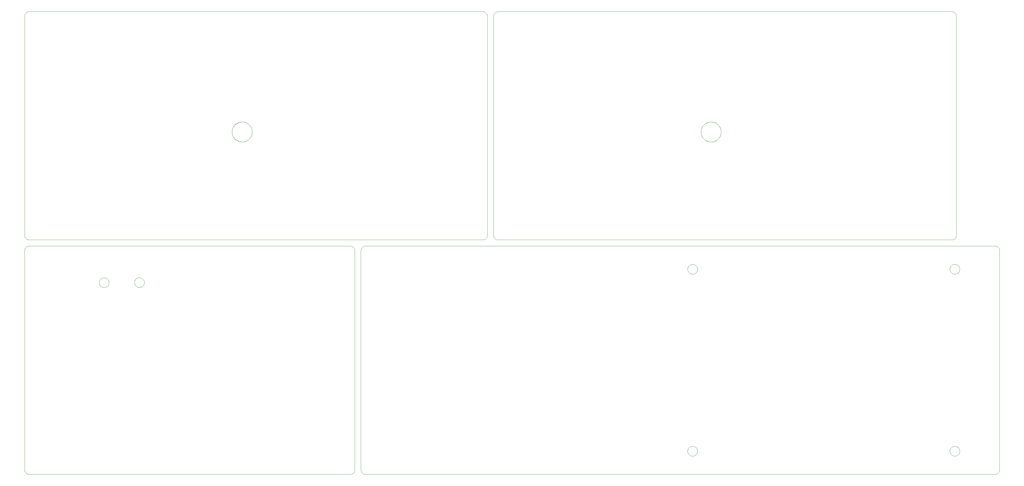
<source format=gko>
G75*
G70*
%OFA0B0*%
%FSLAX24Y24*%
%IPPOS*%
%LPD*%
%AMOC8*
5,1,8,0,0,1.08239X$1,22.5*
%
%ADD10C,0.0039*%
%ADD11C,0.0000*%
D10*
X006662Y005047D02*
X047607Y005047D01*
X047607Y005046D02*
X047653Y005048D01*
X047699Y005053D01*
X047745Y005062D01*
X047790Y005075D01*
X047833Y005091D01*
X047875Y005110D01*
X047916Y005133D01*
X047954Y005159D01*
X047991Y005188D01*
X048025Y005219D01*
X048056Y005253D01*
X048085Y005290D01*
X048111Y005328D01*
X048134Y005369D01*
X048153Y005411D01*
X048169Y005454D01*
X048182Y005499D01*
X048191Y005545D01*
X048196Y005591D01*
X048198Y005637D01*
X048197Y005637D02*
X048197Y033590D01*
X048198Y033590D02*
X048196Y033636D01*
X048191Y033682D01*
X048182Y033728D01*
X048169Y033773D01*
X048153Y033816D01*
X048134Y033858D01*
X048111Y033899D01*
X048085Y033937D01*
X048056Y033974D01*
X048025Y034008D01*
X047991Y034039D01*
X047954Y034068D01*
X047916Y034094D01*
X047875Y034117D01*
X047833Y034136D01*
X047790Y034152D01*
X047745Y034165D01*
X047699Y034174D01*
X047653Y034179D01*
X047607Y034181D01*
X006662Y034181D01*
X006616Y034179D01*
X006570Y034174D01*
X006524Y034165D01*
X006479Y034152D01*
X006436Y034136D01*
X006394Y034117D01*
X006353Y034094D01*
X006315Y034068D01*
X006278Y034039D01*
X006244Y034008D01*
X006213Y033974D01*
X006184Y033937D01*
X006158Y033899D01*
X006135Y033858D01*
X006116Y033816D01*
X006100Y033773D01*
X006087Y033728D01*
X006078Y033682D01*
X006073Y033636D01*
X006071Y033590D01*
X006071Y005637D01*
X006073Y005591D01*
X006078Y005545D01*
X006087Y005499D01*
X006100Y005454D01*
X006116Y005411D01*
X006135Y005369D01*
X006158Y005328D01*
X006184Y005290D01*
X006213Y005253D01*
X006244Y005219D01*
X006278Y005188D01*
X006315Y005159D01*
X006353Y005133D01*
X006394Y005110D01*
X006436Y005091D01*
X006479Y005075D01*
X006524Y005062D01*
X006570Y005053D01*
X006616Y005048D01*
X006662Y005046D01*
X048985Y005637D02*
X048985Y033590D01*
X048984Y033590D02*
X048986Y033636D01*
X048991Y033682D01*
X049000Y033728D01*
X049013Y033773D01*
X049029Y033816D01*
X049048Y033858D01*
X049071Y033899D01*
X049097Y033937D01*
X049126Y033974D01*
X049157Y034008D01*
X049191Y034039D01*
X049228Y034068D01*
X049266Y034094D01*
X049307Y034117D01*
X049349Y034136D01*
X049392Y034152D01*
X049437Y034165D01*
X049483Y034174D01*
X049529Y034179D01*
X049575Y034181D01*
X129890Y034181D01*
X129936Y034179D01*
X129982Y034174D01*
X130028Y034165D01*
X130073Y034152D01*
X130116Y034136D01*
X130158Y034117D01*
X130199Y034094D01*
X130237Y034068D01*
X130274Y034039D01*
X130308Y034008D01*
X130339Y033974D01*
X130368Y033937D01*
X130394Y033899D01*
X130417Y033858D01*
X130436Y033816D01*
X130452Y033773D01*
X130465Y033728D01*
X130474Y033682D01*
X130479Y033636D01*
X130481Y033590D01*
X130481Y005637D01*
X130479Y005591D01*
X130474Y005545D01*
X130465Y005499D01*
X130452Y005454D01*
X130436Y005411D01*
X130417Y005369D01*
X130394Y005328D01*
X130368Y005290D01*
X130339Y005253D01*
X130308Y005219D01*
X130274Y005188D01*
X130237Y005159D01*
X130199Y005133D01*
X130158Y005110D01*
X130116Y005091D01*
X130073Y005075D01*
X130028Y005062D01*
X129982Y005053D01*
X129936Y005048D01*
X129890Y005046D01*
X129890Y005047D02*
X049575Y005047D01*
X049575Y005046D02*
X049529Y005048D01*
X049483Y005053D01*
X049437Y005062D01*
X049392Y005075D01*
X049349Y005091D01*
X049307Y005110D01*
X049266Y005133D01*
X049228Y005159D01*
X049191Y005188D01*
X049157Y005219D01*
X049126Y005253D01*
X049097Y005290D01*
X049071Y005328D01*
X049048Y005369D01*
X049029Y005411D01*
X049013Y005454D01*
X049000Y005499D01*
X048991Y005545D01*
X048986Y005591D01*
X048984Y005637D01*
X064536Y034968D02*
X006662Y034968D01*
X006616Y034970D01*
X006570Y034975D01*
X006524Y034984D01*
X006479Y034997D01*
X006436Y035013D01*
X006394Y035032D01*
X006353Y035055D01*
X006315Y035081D01*
X006278Y035110D01*
X006244Y035141D01*
X006213Y035175D01*
X006184Y035212D01*
X006158Y035250D01*
X006135Y035291D01*
X006116Y035333D01*
X006100Y035376D01*
X006087Y035421D01*
X006078Y035467D01*
X006073Y035513D01*
X006071Y035559D01*
X006071Y063511D01*
X006073Y063557D01*
X006078Y063603D01*
X006087Y063649D01*
X006100Y063694D01*
X006116Y063737D01*
X006135Y063779D01*
X006158Y063820D01*
X006184Y063858D01*
X006213Y063895D01*
X006244Y063929D01*
X006278Y063960D01*
X006315Y063989D01*
X006353Y064015D01*
X006394Y064038D01*
X006436Y064057D01*
X006479Y064073D01*
X006524Y064086D01*
X006570Y064095D01*
X006616Y064100D01*
X006662Y064102D01*
X064536Y064102D01*
X064582Y064100D01*
X064628Y064095D01*
X064674Y064086D01*
X064719Y064073D01*
X064762Y064057D01*
X064804Y064038D01*
X064845Y064015D01*
X064883Y063989D01*
X064920Y063960D01*
X064954Y063929D01*
X064985Y063895D01*
X065014Y063858D01*
X065040Y063820D01*
X065063Y063779D01*
X065082Y063737D01*
X065098Y063694D01*
X065111Y063649D01*
X065120Y063603D01*
X065125Y063557D01*
X065127Y063511D01*
X065126Y063511D02*
X065126Y035559D01*
X065127Y035559D02*
X065125Y035513D01*
X065120Y035467D01*
X065111Y035421D01*
X065098Y035376D01*
X065082Y035333D01*
X065063Y035291D01*
X065040Y035250D01*
X065014Y035212D01*
X064985Y035175D01*
X064954Y035141D01*
X064920Y035110D01*
X064883Y035081D01*
X064845Y035055D01*
X064804Y035032D01*
X064762Y035013D01*
X064719Y034997D01*
X064674Y034984D01*
X064628Y034975D01*
X064582Y034970D01*
X064536Y034968D01*
X065914Y035559D02*
X065914Y063511D01*
X065913Y063511D02*
X065915Y063557D01*
X065920Y063603D01*
X065929Y063649D01*
X065942Y063694D01*
X065958Y063737D01*
X065977Y063779D01*
X066000Y063820D01*
X066026Y063858D01*
X066055Y063895D01*
X066086Y063929D01*
X066120Y063960D01*
X066157Y063989D01*
X066195Y064015D01*
X066236Y064038D01*
X066278Y064057D01*
X066321Y064073D01*
X066366Y064086D01*
X066412Y064095D01*
X066458Y064100D01*
X066504Y064102D01*
X124378Y064102D01*
X124424Y064100D01*
X124470Y064095D01*
X124516Y064086D01*
X124561Y064073D01*
X124604Y064057D01*
X124646Y064038D01*
X124687Y064015D01*
X124725Y063989D01*
X124762Y063960D01*
X124796Y063929D01*
X124827Y063895D01*
X124856Y063858D01*
X124882Y063820D01*
X124905Y063779D01*
X124924Y063737D01*
X124940Y063694D01*
X124953Y063649D01*
X124962Y063603D01*
X124967Y063557D01*
X124969Y063511D01*
X124969Y035559D01*
X124967Y035513D01*
X124962Y035467D01*
X124953Y035421D01*
X124940Y035376D01*
X124924Y035333D01*
X124905Y035291D01*
X124882Y035250D01*
X124856Y035212D01*
X124827Y035175D01*
X124796Y035141D01*
X124762Y035110D01*
X124725Y035081D01*
X124687Y035055D01*
X124646Y035032D01*
X124604Y035013D01*
X124561Y034997D01*
X124516Y034984D01*
X124470Y034975D01*
X124424Y034970D01*
X124378Y034968D01*
X066504Y034968D01*
X066458Y034970D01*
X066412Y034975D01*
X066366Y034984D01*
X066321Y034997D01*
X066278Y035013D01*
X066236Y035032D01*
X066195Y035055D01*
X066157Y035081D01*
X066120Y035110D01*
X066086Y035141D01*
X066055Y035175D01*
X066026Y035212D01*
X066000Y035250D01*
X065977Y035291D01*
X065958Y035333D01*
X065942Y035376D01*
X065929Y035421D01*
X065920Y035467D01*
X065915Y035513D01*
X065913Y035559D01*
D11*
X090677Y031228D02*
X090679Y031278D01*
X090685Y031328D01*
X090695Y031377D01*
X090709Y031425D01*
X090726Y031472D01*
X090747Y031517D01*
X090772Y031561D01*
X090800Y031602D01*
X090832Y031641D01*
X090866Y031678D01*
X090903Y031712D01*
X090943Y031742D01*
X090985Y031769D01*
X091029Y031793D01*
X091075Y031814D01*
X091122Y031830D01*
X091170Y031843D01*
X091220Y031852D01*
X091269Y031857D01*
X091320Y031858D01*
X091370Y031855D01*
X091419Y031848D01*
X091468Y031837D01*
X091516Y031822D01*
X091562Y031804D01*
X091607Y031782D01*
X091650Y031756D01*
X091691Y031727D01*
X091730Y031695D01*
X091766Y031660D01*
X091798Y031622D01*
X091828Y031582D01*
X091855Y031539D01*
X091878Y031495D01*
X091897Y031449D01*
X091913Y031401D01*
X091925Y031352D01*
X091933Y031303D01*
X091937Y031253D01*
X091937Y031203D01*
X091933Y031153D01*
X091925Y031104D01*
X091913Y031055D01*
X091897Y031007D01*
X091878Y030961D01*
X091855Y030917D01*
X091828Y030874D01*
X091798Y030834D01*
X091766Y030796D01*
X091730Y030761D01*
X091691Y030729D01*
X091650Y030700D01*
X091607Y030674D01*
X091562Y030652D01*
X091516Y030634D01*
X091468Y030619D01*
X091419Y030608D01*
X091370Y030601D01*
X091320Y030598D01*
X091269Y030599D01*
X091220Y030604D01*
X091170Y030613D01*
X091122Y030626D01*
X091075Y030642D01*
X091029Y030663D01*
X090985Y030687D01*
X090943Y030714D01*
X090903Y030744D01*
X090866Y030778D01*
X090832Y030815D01*
X090800Y030854D01*
X090772Y030895D01*
X090747Y030939D01*
X090726Y030984D01*
X090709Y031031D01*
X090695Y031079D01*
X090685Y031128D01*
X090679Y031178D01*
X090677Y031228D01*
X124142Y031228D02*
X124144Y031278D01*
X124150Y031328D01*
X124160Y031377D01*
X124174Y031425D01*
X124191Y031472D01*
X124212Y031517D01*
X124237Y031561D01*
X124265Y031602D01*
X124297Y031641D01*
X124331Y031678D01*
X124368Y031712D01*
X124408Y031742D01*
X124450Y031769D01*
X124494Y031793D01*
X124540Y031814D01*
X124587Y031830D01*
X124635Y031843D01*
X124685Y031852D01*
X124734Y031857D01*
X124785Y031858D01*
X124835Y031855D01*
X124884Y031848D01*
X124933Y031837D01*
X124981Y031822D01*
X125027Y031804D01*
X125072Y031782D01*
X125115Y031756D01*
X125156Y031727D01*
X125195Y031695D01*
X125231Y031660D01*
X125263Y031622D01*
X125293Y031582D01*
X125320Y031539D01*
X125343Y031495D01*
X125362Y031449D01*
X125378Y031401D01*
X125390Y031352D01*
X125398Y031303D01*
X125402Y031253D01*
X125402Y031203D01*
X125398Y031153D01*
X125390Y031104D01*
X125378Y031055D01*
X125362Y031007D01*
X125343Y030961D01*
X125320Y030917D01*
X125293Y030874D01*
X125263Y030834D01*
X125231Y030796D01*
X125195Y030761D01*
X125156Y030729D01*
X125115Y030700D01*
X125072Y030674D01*
X125027Y030652D01*
X124981Y030634D01*
X124933Y030619D01*
X124884Y030608D01*
X124835Y030601D01*
X124785Y030598D01*
X124734Y030599D01*
X124685Y030604D01*
X124635Y030613D01*
X124587Y030626D01*
X124540Y030642D01*
X124494Y030663D01*
X124450Y030687D01*
X124408Y030714D01*
X124368Y030744D01*
X124331Y030778D01*
X124297Y030815D01*
X124265Y030854D01*
X124237Y030895D01*
X124212Y030939D01*
X124191Y030984D01*
X124174Y031031D01*
X124160Y031079D01*
X124150Y031128D01*
X124144Y031178D01*
X124142Y031228D01*
X092390Y048748D02*
X092392Y048819D01*
X092398Y048890D01*
X092408Y048961D01*
X092422Y049030D01*
X092439Y049099D01*
X092461Y049167D01*
X092486Y049234D01*
X092515Y049299D01*
X092547Y049362D01*
X092583Y049424D01*
X092622Y049483D01*
X092665Y049540D01*
X092710Y049595D01*
X092759Y049647D01*
X092810Y049696D01*
X092864Y049742D01*
X092921Y049786D01*
X092979Y049826D01*
X093040Y049862D01*
X093103Y049896D01*
X093168Y049925D01*
X093234Y049951D01*
X093302Y049974D01*
X093370Y049992D01*
X093440Y050007D01*
X093510Y050018D01*
X093581Y050025D01*
X093652Y050028D01*
X093723Y050027D01*
X093794Y050022D01*
X093865Y050013D01*
X093935Y050000D01*
X094004Y049984D01*
X094072Y049963D01*
X094139Y049939D01*
X094205Y049911D01*
X094268Y049879D01*
X094330Y049844D01*
X094390Y049806D01*
X094448Y049764D01*
X094503Y049720D01*
X094556Y049672D01*
X094606Y049621D01*
X094653Y049568D01*
X094697Y049512D01*
X094738Y049454D01*
X094776Y049393D01*
X094810Y049331D01*
X094840Y049266D01*
X094867Y049201D01*
X094891Y049133D01*
X094910Y049065D01*
X094926Y048996D01*
X094938Y048925D01*
X094946Y048855D01*
X094950Y048784D01*
X094950Y048712D01*
X094946Y048641D01*
X094938Y048571D01*
X094926Y048500D01*
X094910Y048431D01*
X094891Y048363D01*
X094867Y048295D01*
X094840Y048230D01*
X094810Y048165D01*
X094776Y048103D01*
X094738Y048042D01*
X094697Y047984D01*
X094653Y047928D01*
X094606Y047875D01*
X094556Y047824D01*
X094503Y047776D01*
X094448Y047732D01*
X094390Y047690D01*
X094330Y047652D01*
X094268Y047617D01*
X094205Y047585D01*
X094139Y047557D01*
X094072Y047533D01*
X094004Y047512D01*
X093935Y047496D01*
X093865Y047483D01*
X093794Y047474D01*
X093723Y047469D01*
X093652Y047468D01*
X093581Y047471D01*
X093510Y047478D01*
X093440Y047489D01*
X093370Y047504D01*
X093302Y047522D01*
X093234Y047545D01*
X093168Y047571D01*
X093103Y047600D01*
X093040Y047634D01*
X092979Y047670D01*
X092921Y047710D01*
X092864Y047754D01*
X092810Y047800D01*
X092759Y047849D01*
X092710Y047901D01*
X092665Y047956D01*
X092622Y048013D01*
X092583Y048072D01*
X092547Y048134D01*
X092515Y048197D01*
X092486Y048262D01*
X092461Y048329D01*
X092439Y048397D01*
X092422Y048466D01*
X092408Y048535D01*
X092398Y048606D01*
X092392Y048677D01*
X092390Y048748D01*
X032547Y048748D02*
X032549Y048819D01*
X032555Y048890D01*
X032565Y048961D01*
X032579Y049030D01*
X032596Y049099D01*
X032618Y049167D01*
X032643Y049234D01*
X032672Y049299D01*
X032704Y049362D01*
X032740Y049424D01*
X032779Y049483D01*
X032822Y049540D01*
X032867Y049595D01*
X032916Y049647D01*
X032967Y049696D01*
X033021Y049742D01*
X033078Y049786D01*
X033136Y049826D01*
X033197Y049862D01*
X033260Y049896D01*
X033325Y049925D01*
X033391Y049951D01*
X033459Y049974D01*
X033527Y049992D01*
X033597Y050007D01*
X033667Y050018D01*
X033738Y050025D01*
X033809Y050028D01*
X033880Y050027D01*
X033951Y050022D01*
X034022Y050013D01*
X034092Y050000D01*
X034161Y049984D01*
X034229Y049963D01*
X034296Y049939D01*
X034362Y049911D01*
X034425Y049879D01*
X034487Y049844D01*
X034547Y049806D01*
X034605Y049764D01*
X034660Y049720D01*
X034713Y049672D01*
X034763Y049621D01*
X034810Y049568D01*
X034854Y049512D01*
X034895Y049454D01*
X034933Y049393D01*
X034967Y049331D01*
X034997Y049266D01*
X035024Y049201D01*
X035048Y049133D01*
X035067Y049065D01*
X035083Y048996D01*
X035095Y048925D01*
X035103Y048855D01*
X035107Y048784D01*
X035107Y048712D01*
X035103Y048641D01*
X035095Y048571D01*
X035083Y048500D01*
X035067Y048431D01*
X035048Y048363D01*
X035024Y048295D01*
X034997Y048230D01*
X034967Y048165D01*
X034933Y048103D01*
X034895Y048042D01*
X034854Y047984D01*
X034810Y047928D01*
X034763Y047875D01*
X034713Y047824D01*
X034660Y047776D01*
X034605Y047732D01*
X034547Y047690D01*
X034487Y047652D01*
X034425Y047617D01*
X034362Y047585D01*
X034296Y047557D01*
X034229Y047533D01*
X034161Y047512D01*
X034092Y047496D01*
X034022Y047483D01*
X033951Y047474D01*
X033880Y047469D01*
X033809Y047468D01*
X033738Y047471D01*
X033667Y047478D01*
X033597Y047489D01*
X033527Y047504D01*
X033459Y047522D01*
X033391Y047545D01*
X033325Y047571D01*
X033260Y047600D01*
X033197Y047634D01*
X033136Y047670D01*
X033078Y047710D01*
X033021Y047754D01*
X032967Y047800D01*
X032916Y047849D01*
X032867Y047901D01*
X032822Y047956D01*
X032779Y048013D01*
X032740Y048072D01*
X032704Y048134D01*
X032672Y048197D01*
X032643Y048262D01*
X032618Y048329D01*
X032596Y048397D01*
X032579Y048466D01*
X032565Y048535D01*
X032555Y048606D01*
X032549Y048677D01*
X032547Y048748D01*
X020096Y029521D02*
X020098Y029571D01*
X020104Y029621D01*
X020114Y029670D01*
X020128Y029718D01*
X020145Y029765D01*
X020166Y029810D01*
X020191Y029854D01*
X020219Y029895D01*
X020251Y029934D01*
X020285Y029971D01*
X020322Y030005D01*
X020362Y030035D01*
X020404Y030062D01*
X020448Y030086D01*
X020494Y030107D01*
X020541Y030123D01*
X020589Y030136D01*
X020639Y030145D01*
X020688Y030150D01*
X020739Y030151D01*
X020789Y030148D01*
X020838Y030141D01*
X020887Y030130D01*
X020935Y030115D01*
X020981Y030097D01*
X021026Y030075D01*
X021069Y030049D01*
X021110Y030020D01*
X021149Y029988D01*
X021185Y029953D01*
X021217Y029915D01*
X021247Y029875D01*
X021274Y029832D01*
X021297Y029788D01*
X021316Y029742D01*
X021332Y029694D01*
X021344Y029645D01*
X021352Y029596D01*
X021356Y029546D01*
X021356Y029496D01*
X021352Y029446D01*
X021344Y029397D01*
X021332Y029348D01*
X021316Y029300D01*
X021297Y029254D01*
X021274Y029210D01*
X021247Y029167D01*
X021217Y029127D01*
X021185Y029089D01*
X021149Y029054D01*
X021110Y029022D01*
X021069Y028993D01*
X021026Y028967D01*
X020981Y028945D01*
X020935Y028927D01*
X020887Y028912D01*
X020838Y028901D01*
X020789Y028894D01*
X020739Y028891D01*
X020688Y028892D01*
X020639Y028897D01*
X020589Y028906D01*
X020541Y028919D01*
X020494Y028935D01*
X020448Y028956D01*
X020404Y028980D01*
X020362Y029007D01*
X020322Y029037D01*
X020285Y029071D01*
X020251Y029108D01*
X020219Y029147D01*
X020191Y029188D01*
X020166Y029232D01*
X020145Y029277D01*
X020128Y029324D01*
X020114Y029372D01*
X020104Y029421D01*
X020098Y029471D01*
X020096Y029521D01*
X015596Y029521D02*
X015598Y029571D01*
X015604Y029621D01*
X015614Y029670D01*
X015628Y029718D01*
X015645Y029765D01*
X015666Y029810D01*
X015691Y029854D01*
X015719Y029895D01*
X015751Y029934D01*
X015785Y029971D01*
X015822Y030005D01*
X015862Y030035D01*
X015904Y030062D01*
X015948Y030086D01*
X015994Y030107D01*
X016041Y030123D01*
X016089Y030136D01*
X016139Y030145D01*
X016188Y030150D01*
X016239Y030151D01*
X016289Y030148D01*
X016338Y030141D01*
X016387Y030130D01*
X016435Y030115D01*
X016481Y030097D01*
X016526Y030075D01*
X016569Y030049D01*
X016610Y030020D01*
X016649Y029988D01*
X016685Y029953D01*
X016717Y029915D01*
X016747Y029875D01*
X016774Y029832D01*
X016797Y029788D01*
X016816Y029742D01*
X016832Y029694D01*
X016844Y029645D01*
X016852Y029596D01*
X016856Y029546D01*
X016856Y029496D01*
X016852Y029446D01*
X016844Y029397D01*
X016832Y029348D01*
X016816Y029300D01*
X016797Y029254D01*
X016774Y029210D01*
X016747Y029167D01*
X016717Y029127D01*
X016685Y029089D01*
X016649Y029054D01*
X016610Y029022D01*
X016569Y028993D01*
X016526Y028967D01*
X016481Y028945D01*
X016435Y028927D01*
X016387Y028912D01*
X016338Y028901D01*
X016289Y028894D01*
X016239Y028891D01*
X016188Y028892D01*
X016139Y028897D01*
X016089Y028906D01*
X016041Y028919D01*
X015994Y028935D01*
X015948Y028956D01*
X015904Y028980D01*
X015862Y029007D01*
X015822Y029037D01*
X015785Y029071D01*
X015751Y029108D01*
X015719Y029147D01*
X015691Y029188D01*
X015666Y029232D01*
X015645Y029277D01*
X015628Y029324D01*
X015614Y029372D01*
X015604Y029421D01*
X015598Y029471D01*
X015596Y029521D01*
X090677Y008000D02*
X090679Y008050D01*
X090685Y008100D01*
X090695Y008149D01*
X090709Y008197D01*
X090726Y008244D01*
X090747Y008289D01*
X090772Y008333D01*
X090800Y008374D01*
X090832Y008413D01*
X090866Y008450D01*
X090903Y008484D01*
X090943Y008514D01*
X090985Y008541D01*
X091029Y008565D01*
X091075Y008586D01*
X091122Y008602D01*
X091170Y008615D01*
X091220Y008624D01*
X091269Y008629D01*
X091320Y008630D01*
X091370Y008627D01*
X091419Y008620D01*
X091468Y008609D01*
X091516Y008594D01*
X091562Y008576D01*
X091607Y008554D01*
X091650Y008528D01*
X091691Y008499D01*
X091730Y008467D01*
X091766Y008432D01*
X091798Y008394D01*
X091828Y008354D01*
X091855Y008311D01*
X091878Y008267D01*
X091897Y008221D01*
X091913Y008173D01*
X091925Y008124D01*
X091933Y008075D01*
X091937Y008025D01*
X091937Y007975D01*
X091933Y007925D01*
X091925Y007876D01*
X091913Y007827D01*
X091897Y007779D01*
X091878Y007733D01*
X091855Y007689D01*
X091828Y007646D01*
X091798Y007606D01*
X091766Y007568D01*
X091730Y007533D01*
X091691Y007501D01*
X091650Y007472D01*
X091607Y007446D01*
X091562Y007424D01*
X091516Y007406D01*
X091468Y007391D01*
X091419Y007380D01*
X091370Y007373D01*
X091320Y007370D01*
X091269Y007371D01*
X091220Y007376D01*
X091170Y007385D01*
X091122Y007398D01*
X091075Y007414D01*
X091029Y007435D01*
X090985Y007459D01*
X090943Y007486D01*
X090903Y007516D01*
X090866Y007550D01*
X090832Y007587D01*
X090800Y007626D01*
X090772Y007667D01*
X090747Y007711D01*
X090726Y007756D01*
X090709Y007803D01*
X090695Y007851D01*
X090685Y007900D01*
X090679Y007950D01*
X090677Y008000D01*
X124142Y008000D02*
X124144Y008050D01*
X124150Y008100D01*
X124160Y008149D01*
X124174Y008197D01*
X124191Y008244D01*
X124212Y008289D01*
X124237Y008333D01*
X124265Y008374D01*
X124297Y008413D01*
X124331Y008450D01*
X124368Y008484D01*
X124408Y008514D01*
X124450Y008541D01*
X124494Y008565D01*
X124540Y008586D01*
X124587Y008602D01*
X124635Y008615D01*
X124685Y008624D01*
X124734Y008629D01*
X124785Y008630D01*
X124835Y008627D01*
X124884Y008620D01*
X124933Y008609D01*
X124981Y008594D01*
X125027Y008576D01*
X125072Y008554D01*
X125115Y008528D01*
X125156Y008499D01*
X125195Y008467D01*
X125231Y008432D01*
X125263Y008394D01*
X125293Y008354D01*
X125320Y008311D01*
X125343Y008267D01*
X125362Y008221D01*
X125378Y008173D01*
X125390Y008124D01*
X125398Y008075D01*
X125402Y008025D01*
X125402Y007975D01*
X125398Y007925D01*
X125390Y007876D01*
X125378Y007827D01*
X125362Y007779D01*
X125343Y007733D01*
X125320Y007689D01*
X125293Y007646D01*
X125263Y007606D01*
X125231Y007568D01*
X125195Y007533D01*
X125156Y007501D01*
X125115Y007472D01*
X125072Y007446D01*
X125027Y007424D01*
X124981Y007406D01*
X124933Y007391D01*
X124884Y007380D01*
X124835Y007373D01*
X124785Y007370D01*
X124734Y007371D01*
X124685Y007376D01*
X124635Y007385D01*
X124587Y007398D01*
X124540Y007414D01*
X124494Y007435D01*
X124450Y007459D01*
X124408Y007486D01*
X124368Y007516D01*
X124331Y007550D01*
X124297Y007587D01*
X124265Y007626D01*
X124237Y007667D01*
X124212Y007711D01*
X124191Y007756D01*
X124174Y007803D01*
X124160Y007851D01*
X124150Y007900D01*
X124144Y007950D01*
X124142Y008000D01*
M02*

</source>
